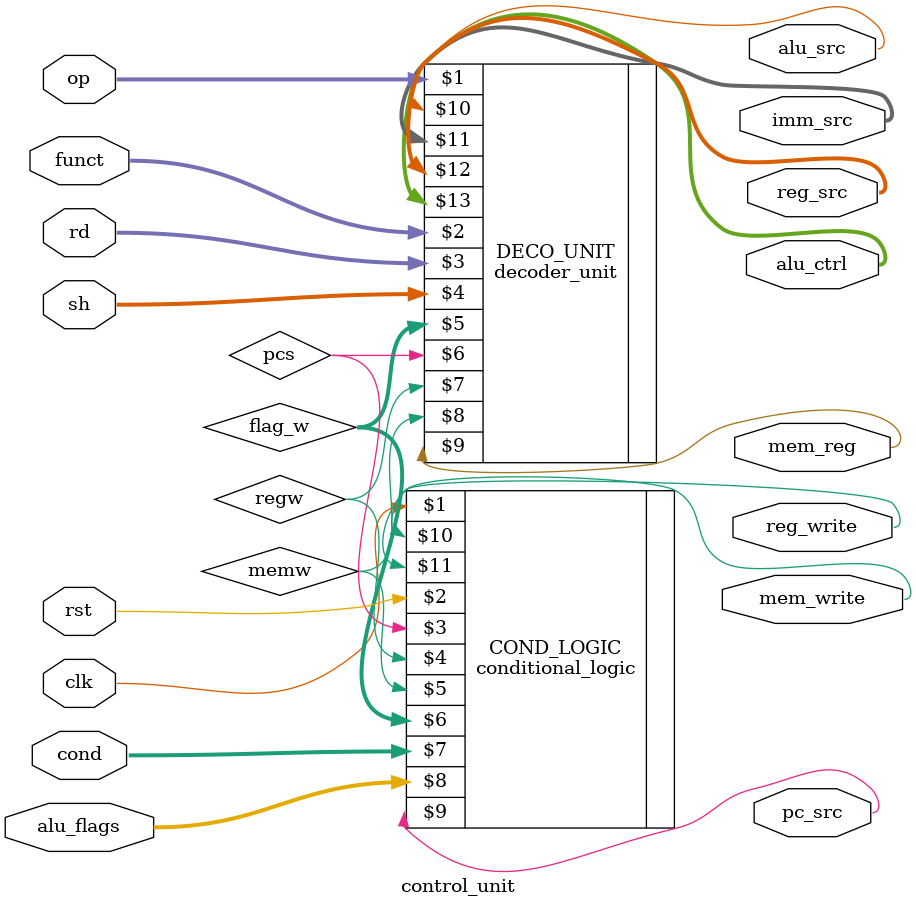
<source format=sv>
module control_unit
(
	input logic clk,
	input logic rst,
	input logic [3:0] cond,
	input logic [3:0] alu_flags,
	input logic [1:0] op,
	input logic [5:0] funct,
	input logic [3:0] rd,
	input logic [1:0] sh,
	output logic pc_src,
	output logic reg_write,
	output logic mem_write,
	output logic mem_reg,
	output logic alu_src,
	output logic [1:0] imm_src,
	output logic [1:0] reg_src,
	output logic [3:0] alu_ctrl
);

logic [1:0] flag_w;
logic pcs,memw,regw;

decoder_unit DECO_UNIT(op,funct,rd,sh,flag_w,pcs,regw,memw,mem_reg,alu_src,imm_src,reg_src,alu_ctrl);
conditional_logic COND_LOGIC(clk,rst,pcs,regw,memw,flag_w,cond,alu_flags,pc_src,reg_write,mem_write);

endmodule 
</source>
